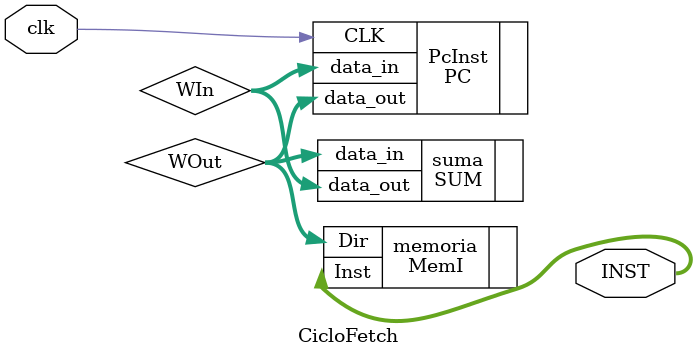
<source format=v>
module CicloFetch(
	input clk,
	output wire [31:0] INST
);

wire [31:0] WIn, WOut;

PC PcInst(.data_in(WIn), .data_out(WOut), .CLK(clk));
SUM suma(.data_in(WOut), .data_out(WIn));
MemI memoria(.Dir(WOut), .Inst(INST));

endmodule

</source>
